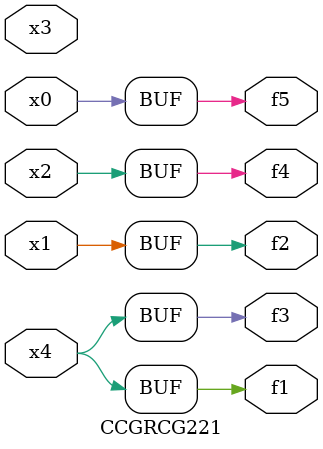
<source format=v>
module CCGRCG221(
	input x0, x1, x2, x3, x4,
	output f1, f2, f3, f4, f5
);
	assign f1 = x4;
	assign f2 = x1;
	assign f3 = x4;
	assign f4 = x2;
	assign f5 = x0;
endmodule

</source>
